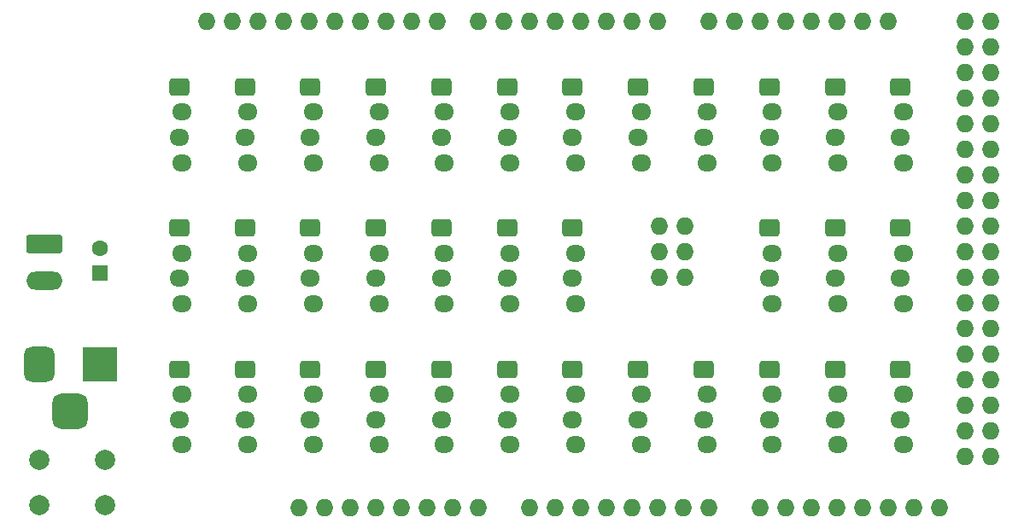
<source format=gbr>
%TF.GenerationSoftware,KiCad,Pcbnew,(6.0.5)*%
%TF.CreationDate,2022-07-01T01:18:53-04:00*%
%TF.ProjectId,MAXFeederShield,4d415846-6565-4646-9572-536869656c64,rev?*%
%TF.SameCoordinates,Original*%
%TF.FileFunction,Soldermask,Bot*%
%TF.FilePolarity,Negative*%
%FSLAX46Y46*%
G04 Gerber Fmt 4.6, Leading zero omitted, Abs format (unit mm)*
G04 Created by KiCad (PCBNEW (6.0.5)) date 2022-07-01 01:18:53*
%MOMM*%
%LPD*%
G01*
G04 APERTURE LIST*
G04 Aperture macros list*
%AMRoundRect*
0 Rectangle with rounded corners*
0 $1 Rounding radius*
0 $2 $3 $4 $5 $6 $7 $8 $9 X,Y pos of 4 corners*
0 Add a 4 corners polygon primitive as box body*
4,1,4,$2,$3,$4,$5,$6,$7,$8,$9,$2,$3,0*
0 Add four circle primitives for the rounded corners*
1,1,$1+$1,$2,$3*
1,1,$1+$1,$4,$5*
1,1,$1+$1,$6,$7*
1,1,$1+$1,$8,$9*
0 Add four rect primitives between the rounded corners*
20,1,$1+$1,$2,$3,$4,$5,0*
20,1,$1+$1,$4,$5,$6,$7,0*
20,1,$1+$1,$6,$7,$8,$9,0*
20,1,$1+$1,$8,$9,$2,$3,0*%
G04 Aperture macros list end*
%ADD10RoundRect,0.250000X-0.725000X0.600000X-0.725000X-0.600000X0.725000X-0.600000X0.725000X0.600000X0*%
%ADD11O,1.950000X1.700000*%
%ADD12R,3.500000X3.500000*%
%ADD13RoundRect,0.750000X-0.750000X-1.000000X0.750000X-1.000000X0.750000X1.000000X-0.750000X1.000000X0*%
%ADD14RoundRect,0.875000X-0.875000X-0.875000X0.875000X-0.875000X0.875000X0.875000X-0.875000X0.875000X0*%
%ADD15C,2.000000*%
%ADD16RoundRect,0.250000X-1.550000X0.650000X-1.550000X-0.650000X1.550000X-0.650000X1.550000X0.650000X0*%
%ADD17O,3.600000X1.800000*%
%ADD18O,1.727200X1.727200*%
%ADD19R,1.600000X1.600000*%
%ADD20C,1.600000*%
G04 APERTURE END LIST*
D10*
%TO.C,J34*%
X147850000Y-78500000D03*
D11*
X148150000Y-81000000D03*
X147850000Y-83500000D03*
X148150000Y-86000000D03*
%TD*%
D10*
%TO.C,J8*%
X128350000Y-50500000D03*
D11*
X128650000Y-53000000D03*
X128350000Y-55500000D03*
X128650000Y-58000000D03*
%TD*%
D10*
%TO.C,J25*%
X89350000Y-78500000D03*
D11*
X89650000Y-81000000D03*
X89350000Y-83500000D03*
X89650000Y-86000000D03*
%TD*%
D12*
%TO.C,J2*%
X81500000Y-78000000D03*
D13*
X75500000Y-78000000D03*
D14*
X78500000Y-82700000D03*
%TD*%
D10*
%TO.C,J28*%
X108850000Y-78500000D03*
D11*
X109150000Y-81000000D03*
X108850000Y-83500000D03*
X109150000Y-86000000D03*
%TD*%
D10*
%TO.C,J35*%
X154350000Y-78500000D03*
D11*
X154650000Y-81000000D03*
X154350000Y-83500000D03*
X154650000Y-86000000D03*
%TD*%
D10*
%TO.C,J3*%
X95850000Y-50500000D03*
D11*
X96150000Y-53000000D03*
X95850000Y-55500000D03*
X96150000Y-58000000D03*
%TD*%
D10*
%TO.C,J1*%
X89350000Y-50500000D03*
D11*
X89650000Y-53000000D03*
X89350000Y-55500000D03*
X89650000Y-58000000D03*
%TD*%
D10*
%TO.C,J26*%
X95850000Y-78500000D03*
D11*
X96150000Y-81000000D03*
X95850000Y-83500000D03*
X96150000Y-86000000D03*
%TD*%
D10*
%TO.C,J20*%
X128350000Y-64500000D03*
D11*
X128650000Y-67000000D03*
X128350000Y-69500000D03*
X128650000Y-72000000D03*
%TD*%
D10*
%TO.C,J11*%
X147850000Y-50500000D03*
D11*
X148150000Y-53000000D03*
X147850000Y-55500000D03*
X148150000Y-58000000D03*
%TD*%
D10*
%TO.C,J13*%
X160850000Y-50500000D03*
D11*
X161150000Y-53000000D03*
X160850000Y-55500000D03*
X161150000Y-58000000D03*
%TD*%
D10*
%TO.C,J32*%
X134850000Y-78500000D03*
D11*
X135150000Y-81000000D03*
X134850000Y-83500000D03*
X135150000Y-86000000D03*
%TD*%
D10*
%TO.C,J29*%
X115350000Y-78500000D03*
D11*
X115650000Y-81000000D03*
X115350000Y-83500000D03*
X115650000Y-86000000D03*
%TD*%
D10*
%TO.C,J19*%
X121850000Y-64500000D03*
D11*
X122150000Y-67000000D03*
X121850000Y-69500000D03*
X122150000Y-72000000D03*
%TD*%
D15*
%TO.C,SW1*%
X82000000Y-92000000D03*
X75500000Y-92000000D03*
X82000000Y-87500000D03*
X75500000Y-87500000D03*
%TD*%
D10*
%TO.C,J33*%
X141350000Y-78500000D03*
D11*
X141650000Y-81000000D03*
X141350000Y-83500000D03*
X141650000Y-86000000D03*
%TD*%
D10*
%TO.C,J22*%
X147850000Y-64500000D03*
D11*
X148150000Y-67000000D03*
X147850000Y-69500000D03*
X148150000Y-72000000D03*
%TD*%
D10*
%TO.C,J18*%
X115350000Y-64500000D03*
D11*
X115650000Y-67000000D03*
X115350000Y-69500000D03*
X115650000Y-72000000D03*
%TD*%
D10*
%TO.C,J9*%
X134850000Y-50500000D03*
D11*
X135150000Y-53000000D03*
X134850000Y-55500000D03*
X135150000Y-58000000D03*
%TD*%
D10*
%TO.C,J23*%
X154350000Y-64500000D03*
D11*
X154650000Y-67000000D03*
X154350000Y-69500000D03*
X154650000Y-72000000D03*
%TD*%
D10*
%TO.C,J31*%
X128350000Y-78500000D03*
D11*
X128650000Y-81000000D03*
X128350000Y-83500000D03*
X128650000Y-86000000D03*
%TD*%
D16*
%TO.C,J37*%
X76000000Y-66070000D03*
D17*
X76000000Y-69740000D03*
%TD*%
D10*
%TO.C,J36*%
X160850000Y-78500000D03*
D11*
X161150000Y-81000000D03*
X160850000Y-83500000D03*
X161150000Y-86000000D03*
%TD*%
D10*
%TO.C,J6*%
X115350000Y-50500000D03*
D11*
X115650000Y-53000000D03*
X115350000Y-55500000D03*
X115650000Y-58000000D03*
%TD*%
D18*
%TO.C,XA1*%
X101240000Y-92250000D03*
X108860000Y-92250000D03*
X111400000Y-92250000D03*
X139467000Y-64310000D03*
X167280000Y-43990000D03*
X169820000Y-43990000D03*
X124100000Y-92250000D03*
X126640000Y-92250000D03*
X129180000Y-92250000D03*
X131720000Y-92250000D03*
X134260000Y-92250000D03*
X136800000Y-92250000D03*
X139340000Y-92250000D03*
X141880000Y-92250000D03*
X146960000Y-92250000D03*
X149500000Y-92250000D03*
X152040000Y-92250000D03*
X154580000Y-92250000D03*
X157120000Y-92250000D03*
X159660000Y-92250000D03*
X162200000Y-92250000D03*
X164740000Y-92250000D03*
X97176000Y-43990000D03*
X136800000Y-43990000D03*
X134260000Y-43990000D03*
X131720000Y-43990000D03*
X129180000Y-43990000D03*
X126640000Y-43990000D03*
X124100000Y-43990000D03*
X121560000Y-43990000D03*
X119020000Y-43990000D03*
X114956000Y-43990000D03*
X112416000Y-43990000D03*
X109876000Y-43990000D03*
X107336000Y-43990000D03*
X104796000Y-43990000D03*
X102256000Y-43990000D03*
X141880000Y-43990000D03*
X144420000Y-43990000D03*
X146960000Y-43990000D03*
X149500000Y-43990000D03*
X152040000Y-43990000D03*
X154580000Y-43990000D03*
X157120000Y-43990000D03*
X159660000Y-43990000D03*
X167280000Y-46530000D03*
X169820000Y-46530000D03*
X167280000Y-49070000D03*
X169820000Y-49070000D03*
X167280000Y-51610000D03*
X169820000Y-51610000D03*
X167280000Y-54150000D03*
X169820000Y-54150000D03*
X167280000Y-56690000D03*
X169820000Y-56690000D03*
X167280000Y-59230000D03*
X169820000Y-59230000D03*
X167280000Y-61770000D03*
X169820000Y-61770000D03*
X167280000Y-64310000D03*
X169820000Y-64310000D03*
X167280000Y-66850000D03*
X169820000Y-66850000D03*
X167280000Y-69390000D03*
X169820000Y-69390000D03*
X167280000Y-71930000D03*
X169820000Y-71930000D03*
X167280000Y-74470000D03*
X169820000Y-74470000D03*
X167280000Y-77010000D03*
X169820000Y-77010000D03*
X167280000Y-79550000D03*
X169820000Y-79550000D03*
X167280000Y-82090000D03*
X169820000Y-82090000D03*
X167280000Y-84630000D03*
X169820000Y-84630000D03*
X99716000Y-43990000D03*
X113940000Y-92250000D03*
X116480000Y-92250000D03*
X139467000Y-69390000D03*
X167280000Y-87170000D03*
X169820000Y-87170000D03*
X103780000Y-92250000D03*
X136927000Y-64310000D03*
X139467000Y-66850000D03*
X106320000Y-92250000D03*
X136927000Y-69390000D03*
X136927000Y-66850000D03*
X92096000Y-43990000D03*
X94636000Y-43990000D03*
X119020000Y-92250000D03*
%TD*%
D10*
%TO.C,J17*%
X108850000Y-64500000D03*
D11*
X109150000Y-67000000D03*
X108850000Y-69500000D03*
X109150000Y-72000000D03*
%TD*%
D10*
%TO.C,J12*%
X154350000Y-50500000D03*
D11*
X154650000Y-53000000D03*
X154350000Y-55500000D03*
X154650000Y-58000000D03*
%TD*%
D10*
%TO.C,J4*%
X102350000Y-50500000D03*
D11*
X102650000Y-53000000D03*
X102350000Y-55500000D03*
X102650000Y-58000000D03*
%TD*%
D10*
%TO.C,J16*%
X102350000Y-64500000D03*
D11*
X102650000Y-67000000D03*
X102350000Y-69500000D03*
X102650000Y-72000000D03*
%TD*%
D10*
%TO.C,J27*%
X102350000Y-78500000D03*
D11*
X102650000Y-81000000D03*
X102350000Y-83500000D03*
X102650000Y-86000000D03*
%TD*%
D10*
%TO.C,J24*%
X160850000Y-64500000D03*
D11*
X161150000Y-67000000D03*
X160850000Y-69500000D03*
X161150000Y-72000000D03*
%TD*%
D10*
%TO.C,J10*%
X141350000Y-50500000D03*
D11*
X141650000Y-53000000D03*
X141350000Y-55500000D03*
X141650000Y-58000000D03*
%TD*%
D10*
%TO.C,J7*%
X121850000Y-50500000D03*
D11*
X122150000Y-53000000D03*
X121850000Y-55500000D03*
X122150000Y-58000000D03*
%TD*%
D19*
%TO.C,C1*%
X81500000Y-69000000D03*
D20*
X81500000Y-66500000D03*
%TD*%
D10*
%TO.C,J30*%
X121850000Y-78500000D03*
D11*
X122150000Y-81000000D03*
X121850000Y-83500000D03*
X122150000Y-86000000D03*
%TD*%
D10*
%TO.C,J15*%
X95850000Y-64500000D03*
D11*
X96150000Y-67000000D03*
X95850000Y-69500000D03*
X96150000Y-72000000D03*
%TD*%
D10*
%TO.C,J5*%
X108850000Y-50500000D03*
D11*
X109150000Y-53000000D03*
X108850000Y-55500000D03*
X109150000Y-58000000D03*
%TD*%
D10*
%TO.C,J14*%
X89350000Y-64500000D03*
D11*
X89650000Y-67000000D03*
X89350000Y-69500000D03*
X89650000Y-72000000D03*
%TD*%
M02*

</source>
